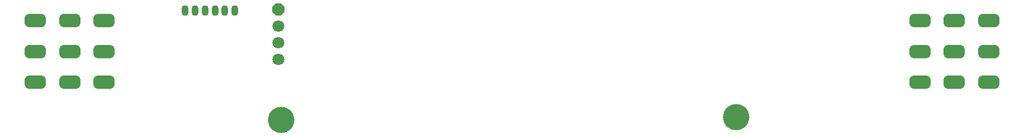
<source format=gtl>
G04*
G04 #@! TF.GenerationSoftware,Altium Limited,Altium Designer,21.8.1 (53)*
G04*
G04 Layer_Physical_Order=1*
G04 Layer_Color=255*
%FSLAX25Y25*%
%MOIN*%
G70*
G04*
G04 #@! TF.SameCoordinates,D46EA3DB-D9D9-43A1-922E-71BBC497A689*
G04*
G04*
G04 #@! TF.FilePolarity,Positive*
G04*
G01*
G75*
%ADD18O,0.04331X0.06299*%
G04:AMPARAMS|DCode=19|XSize=78.74mil|YSize=125.98mil|CornerRadius=23.62mil|HoleSize=0mil|Usage=FLASHONLY|Rotation=270.000|XOffset=0mil|YOffset=0mil|HoleType=Round|Shape=RoundedRectangle|*
%AMROUNDEDRECTD19*
21,1,0.07874,0.07874,0,0,270.0*
21,1,0.03150,0.12598,0,0,270.0*
1,1,0.04724,-0.03937,-0.01575*
1,1,0.04724,-0.03937,0.01575*
1,1,0.04724,0.03937,0.01575*
1,1,0.04724,0.03937,-0.01575*
%
%ADD19ROUNDEDRECTD19*%
%ADD20C,0.07087*%
%ADD21P,0.07671X8X292.5*%
%ADD22C,0.15748*%
D18*
X242689Y314500D02*
D03*
X248594D02*
D03*
X254500D02*
D03*
X260405D02*
D03*
X266311D02*
D03*
X272217D02*
D03*
D19*
X194193Y289901D02*
D03*
Y271398D02*
D03*
Y308405D02*
D03*
X173721Y289901D02*
D03*
Y271398D02*
D03*
Y308405D02*
D03*
X153248Y289901D02*
D03*
Y271398D02*
D03*
Y308405D02*
D03*
X680807D02*
D03*
X680807Y271398D02*
D03*
X680807Y289901D02*
D03*
X701279Y308405D02*
D03*
Y271398D02*
D03*
Y289901D02*
D03*
X721752Y308405D02*
D03*
X721752Y271398D02*
D03*
X721752Y289901D02*
D03*
D20*
X298054Y285211D02*
D03*
Y295211D02*
D03*
Y305211D02*
D03*
D21*
Y315211D02*
D03*
D22*
X571375Y250598D02*
D03*
X299726Y249038D02*
D03*
M02*

</source>
